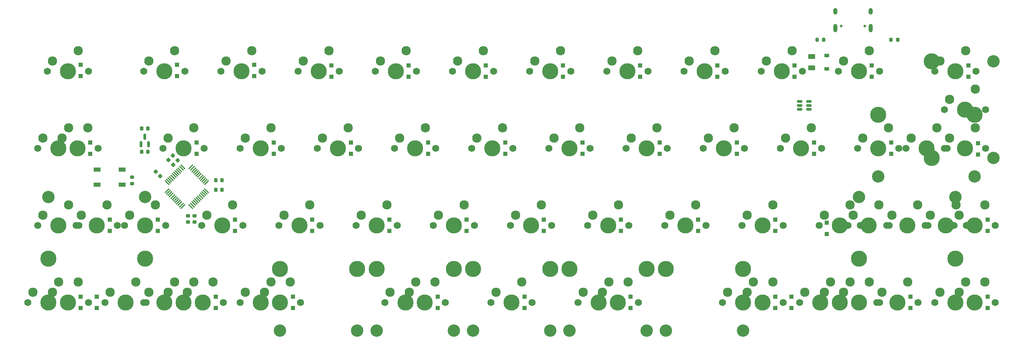
<source format=gbr>
%TF.GenerationSoftware,KiCad,Pcbnew,8.0.8*%
%TF.CreationDate,2025-05-09T16:16:03+02:00*%
%TF.ProjectId,forti rev 4,666f7274-6920-4726-9576-20342e6b6963,rev?*%
%TF.SameCoordinates,Original*%
%TF.FileFunction,Soldermask,Bot*%
%TF.FilePolarity,Negative*%
%FSLAX46Y46*%
G04 Gerber Fmt 4.6, Leading zero omitted, Abs format (unit mm)*
G04 Created by KiCad (PCBNEW 8.0.8) date 2025-05-09 16:16:03*
%MOMM*%
%LPD*%
G01*
G04 APERTURE LIST*
G04 Aperture macros list*
%AMRoundRect*
0 Rectangle with rounded corners*
0 $1 Rounding radius*
0 $2 $3 $4 $5 $6 $7 $8 $9 X,Y pos of 4 corners*
0 Add a 4 corners polygon primitive as box body*
4,1,4,$2,$3,$4,$5,$6,$7,$8,$9,$2,$3,0*
0 Add four circle primitives for the rounded corners*
1,1,$1+$1,$2,$3*
1,1,$1+$1,$4,$5*
1,1,$1+$1,$6,$7*
1,1,$1+$1,$8,$9*
0 Add four rect primitives between the rounded corners*
20,1,$1+$1,$2,$3,$4,$5,0*
20,1,$1+$1,$4,$5,$6,$7,0*
20,1,$1+$1,$6,$7,$8,$9,0*
20,1,$1+$1,$8,$9,$2,$3,0*%
G04 Aperture macros list end*
%ADD10C,3.987800*%
%ADD11C,3.048000*%
%ADD12C,0.650000*%
%ADD13O,1.000000X2.100000*%
%ADD14O,1.000000X1.600000*%
%ADD15C,1.750000*%
%ADD16C,2.300000*%
%ADD17RoundRect,0.250000X0.300000X-0.300000X0.300000X0.300000X-0.300000X0.300000X-0.300000X-0.300000X0*%
%ADD18RoundRect,0.200000X-0.200000X-0.275000X0.200000X-0.275000X0.200000X0.275000X-0.200000X0.275000X0*%
%ADD19RoundRect,0.200000X0.200000X0.275000X-0.200000X0.275000X-0.200000X-0.275000X0.200000X-0.275000X0*%
%ADD20R,1.800000X1.100000*%
%ADD21RoundRect,0.225000X-0.250000X0.225000X-0.250000X-0.225000X0.250000X-0.225000X0.250000X0.225000X0*%
%ADD22RoundRect,0.225000X0.335876X0.017678X0.017678X0.335876X-0.335876X-0.017678X-0.017678X-0.335876X0*%
%ADD23RoundRect,0.225000X0.375000X-0.225000X0.375000X0.225000X-0.375000X0.225000X-0.375000X-0.225000X0*%
%ADD24RoundRect,0.225000X-0.225000X-0.250000X0.225000X-0.250000X0.225000X0.250000X-0.225000X0.250000X0*%
%ADD25RoundRect,0.070000X0.521491X-0.422496X-0.422496X0.521491X-0.521491X0.422496X0.422496X-0.521491X0*%
%ADD26RoundRect,0.070000X0.521491X0.422496X0.422496X0.521491X-0.521491X-0.422496X-0.422496X-0.521491X0*%
%ADD27RoundRect,0.150000X0.150000X-0.587500X0.150000X0.587500X-0.150000X0.587500X-0.150000X-0.587500X0*%
%ADD28RoundRect,0.150000X-0.512500X-0.150000X0.512500X-0.150000X0.512500X0.150000X-0.512500X0.150000X0*%
%ADD29RoundRect,0.225000X0.225000X0.250000X-0.225000X0.250000X-0.225000X-0.250000X0.225000X-0.250000X0*%
%ADD30RoundRect,0.200000X0.275000X-0.200000X0.275000X0.200000X-0.275000X0.200000X-0.275000X-0.200000X0*%
%ADD31RoundRect,0.225000X0.017678X-0.335876X0.335876X-0.017678X-0.017678X0.335876X-0.335876X0.017678X0*%
%ADD32RoundRect,0.250000X-0.625000X0.375000X-0.625000X-0.375000X0.625000X-0.375000X0.625000X0.375000X0*%
G04 APERTURE END LIST*
D10*
%TO.C,ISO1*%
X253682500Y-38893750D03*
X253682500Y-62706250D03*
D11*
X268922500Y-38893750D03*
X268922500Y-62706250D03*
%TD*%
D12*
%TO.C,J1*%
X237159115Y-30137500D03*
X231379115Y-30137500D03*
D13*
X238589115Y-30667500D03*
D14*
X238589115Y-26487500D03*
D13*
X229949115Y-30667500D03*
D14*
X229949115Y-26487500D03*
%TD*%
D15*
%TO.C,MX51*%
X225901250Y-98425000D03*
D10*
X230981250Y-98425000D03*
D15*
X236061250Y-98425000D03*
D16*
X227171250Y-95885000D03*
X233521250Y-93345000D03*
%TD*%
D15*
%TO.C,MX23*%
X235426250Y-60325000D03*
D10*
X240506250Y-60325000D03*
D15*
X245586250Y-60325000D03*
D16*
X236696250Y-57785000D03*
X243046250Y-55245000D03*
%TD*%
D15*
%TO.C,MX55*%
X254476250Y-98425000D03*
D10*
X259556250Y-98425000D03*
D15*
X264636250Y-98425000D03*
D16*
X255746250Y-95885000D03*
X262096250Y-93345000D03*
%TD*%
D15*
%TO.C,MX43*%
X68738750Y-98425000D03*
D10*
X73818750Y-98425000D03*
D15*
X78898750Y-98425000D03*
D16*
X70008750Y-95885000D03*
X76358750Y-93345000D03*
%TD*%
D15*
%TO.C,MXshift2.1*%
X42545000Y-79375000D03*
D10*
X47625000Y-79375000D03*
D15*
X52705000Y-79375000D03*
D16*
X43815000Y-76835000D03*
X50165000Y-74295000D03*
%TD*%
D15*
%TO.C,MX27*%
X73501250Y-79375000D03*
D10*
X78581250Y-79375000D03*
D15*
X83661250Y-79375000D03*
D16*
X74771250Y-76835000D03*
X81121250Y-74295000D03*
%TD*%
D15*
%TO.C,MX11*%
X230663750Y-41275000D03*
D10*
X235743750Y-41275000D03*
D15*
X240823750Y-41275000D03*
D16*
X231933750Y-38735000D03*
X238283750Y-36195000D03*
%TD*%
D15*
%TO.C,MX46*%
X83026250Y-98425000D03*
D10*
X88106250Y-98425000D03*
D15*
X93186250Y-98425000D03*
D16*
X84296250Y-95885000D03*
X90646250Y-93345000D03*
%TD*%
D15*
%TO.C,MXenter2.1*%
X247332500Y-60325000D03*
D10*
X252412500Y-60325000D03*
D15*
X257492500Y-60325000D03*
D16*
X248602500Y-57785000D03*
X254952500Y-55245000D03*
%TD*%
D11*
%TO.C,S2*%
X207168750Y-105410000D03*
D10*
X207168750Y-90170000D03*
D11*
X92868750Y-105410000D03*
D10*
X92868750Y-90170000D03*
%TD*%
D15*
%TO.C,MX49*%
X206851250Y-98425000D03*
D10*
X211931250Y-98425000D03*
D15*
X217011250Y-98425000D03*
D16*
X208121250Y-95885000D03*
X214471250Y-93345000D03*
%TD*%
D15*
%TO.C,MX31*%
X149701250Y-79375000D03*
D10*
X154781250Y-79375000D03*
D15*
X159861250Y-79375000D03*
D16*
X150971250Y-76835000D03*
X157321250Y-74295000D03*
%TD*%
D15*
%TO.C,MX16*%
X102076250Y-60325000D03*
D10*
X107156250Y-60325000D03*
D15*
X112236250Y-60325000D03*
D16*
X103346250Y-57785000D03*
X109696250Y-55245000D03*
%TD*%
D15*
%TO.C,MX38*%
X259238750Y-79375000D03*
D10*
X264318750Y-79375000D03*
D15*
X269398750Y-79375000D03*
D16*
X260508750Y-76835000D03*
X266858750Y-74295000D03*
%TD*%
D15*
%TO.C,MX35*%
X225901250Y-79375000D03*
D10*
X230981250Y-79375000D03*
D15*
X236061250Y-79375000D03*
D16*
X227171250Y-76835000D03*
X233521250Y-74295000D03*
%TD*%
D15*
%TO.C,MXsplit2.75(1)1*%
X166370000Y-98425000D03*
D10*
X171450000Y-98425000D03*
D15*
X176530000Y-98425000D03*
D16*
X167640000Y-95885000D03*
X173990000Y-93345000D03*
%TD*%
D11*
%TO.C,shift2.2*%
X35718750Y-72390000D03*
D10*
X35718750Y-87630000D03*
D11*
X59531250Y-72390000D03*
D10*
X59531250Y-87630000D03*
%TD*%
D15*
%TO.C,MX8*%
X173513750Y-41275000D03*
D10*
X178593750Y-41275000D03*
D15*
X183673750Y-41275000D03*
D16*
X174783750Y-38735000D03*
X181133750Y-36195000D03*
%TD*%
D15*
%TO.C,MX13*%
X37782500Y-60325000D03*
D10*
X42862500Y-60325000D03*
D15*
X47942500Y-60325000D03*
D16*
X39052500Y-57785000D03*
X45402500Y-55245000D03*
%TD*%
D15*
%TO.C,MX32*%
X168751250Y-79375000D03*
D10*
X173831250Y-79375000D03*
D15*
X178911250Y-79375000D03*
D16*
X170021250Y-76835000D03*
X176371250Y-74295000D03*
%TD*%
D15*
%TO.C,MXISO1*%
X256857500Y-50800000D03*
D10*
X261937500Y-50800000D03*
D15*
X267017500Y-50800000D03*
D16*
X258127500Y-48260000D03*
X264477500Y-45720000D03*
%TD*%
D15*
%TO.C,MX21*%
X197326250Y-60325000D03*
D10*
X202406250Y-60325000D03*
D15*
X207486250Y-60325000D03*
D16*
X198596250Y-57785000D03*
X204946250Y-55245000D03*
%TD*%
D15*
%TO.C,MXsplit2.1*%
X123507500Y-98425000D03*
D10*
X128587500Y-98425000D03*
D15*
X133667500Y-98425000D03*
D16*
X124777500Y-95885000D03*
X131127500Y-93345000D03*
%TD*%
D15*
%TO.C,MX4*%
X97313750Y-41275000D03*
D10*
X102393750Y-41275000D03*
D15*
X107473750Y-41275000D03*
D16*
X98583750Y-38735000D03*
X104933750Y-36195000D03*
%TD*%
D15*
%TO.C,MX45*%
X87788750Y-98425000D03*
D10*
X92868750Y-98425000D03*
D15*
X97948750Y-98425000D03*
D16*
X89058750Y-95885000D03*
X95408750Y-93345000D03*
%TD*%
D15*
%TO.C,MX30*%
X130651250Y-79375000D03*
D10*
X135731250Y-79375000D03*
D15*
X140811250Y-79375000D03*
D16*
X131921250Y-76835000D03*
X138271250Y-74295000D03*
%TD*%
D15*
%TO.C,MX1*%
X35401250Y-41275000D03*
D10*
X40481250Y-41275000D03*
D15*
X45561250Y-41275000D03*
D16*
X36671250Y-38735000D03*
X43021250Y-36195000D03*
%TD*%
D15*
%TO.C,MX34*%
X206851250Y-79375000D03*
D10*
X211931250Y-79375000D03*
D15*
X217011250Y-79375000D03*
D16*
X208121250Y-76835000D03*
X214471250Y-74295000D03*
%TD*%
D15*
%TO.C,MX25*%
X33020000Y-79375000D03*
D10*
X38100000Y-79375000D03*
D15*
X43180000Y-79375000D03*
D16*
X34290000Y-76835000D03*
X40640000Y-74295000D03*
%TD*%
D11*
%TO.C,enter2.1*%
X264318750Y-67310000D03*
D10*
X264318750Y-52070000D03*
D11*
X240506250Y-67310000D03*
D10*
X240506250Y-52070000D03*
%TD*%
D15*
%TO.C,MX29*%
X111601250Y-79375000D03*
D10*
X116681250Y-79375000D03*
D15*
X121761250Y-79375000D03*
D16*
X112871250Y-76835000D03*
X119221250Y-74295000D03*
%TD*%
D15*
%TO.C,MX53*%
X230663750Y-98425000D03*
D10*
X235743750Y-98425000D03*
D15*
X240823750Y-98425000D03*
D16*
X231933750Y-95885000D03*
X238283750Y-93345000D03*
%TD*%
D15*
%TO.C,MX22*%
X216376250Y-60325000D03*
D10*
X221456250Y-60325000D03*
D15*
X226536250Y-60325000D03*
D16*
X217646250Y-57785000D03*
X223996250Y-55245000D03*
%TD*%
D15*
%TO.C,MX17*%
X121126250Y-60325000D03*
D10*
X126206250Y-60325000D03*
D15*
X131286250Y-60325000D03*
D16*
X122396250Y-57785000D03*
X128746250Y-55245000D03*
%TD*%
D15*
%TO.C,MX47*%
X144938750Y-98425000D03*
D10*
X150018750Y-98425000D03*
D15*
X155098750Y-98425000D03*
D16*
X146208750Y-95885000D03*
X152558750Y-93345000D03*
%TD*%
D11*
%TO.C,S1*%
X135731250Y-105410000D03*
D10*
X135731250Y-90170000D03*
D11*
X111918750Y-105410000D03*
D10*
X111918750Y-90170000D03*
%TD*%
D15*
%TO.C,MX44*%
X63976250Y-98425000D03*
D10*
X69056250Y-98425000D03*
D15*
X74136250Y-98425000D03*
D16*
X65246250Y-95885000D03*
X71596250Y-93345000D03*
%TD*%
D15*
%TO.C,MX36*%
X233045000Y-79375000D03*
D10*
X238125000Y-79375000D03*
D15*
X243205000Y-79375000D03*
D16*
X234315000Y-76835000D03*
X240665000Y-74295000D03*
%TD*%
D15*
%TO.C,MX26*%
X54451250Y-79375000D03*
D10*
X59531250Y-79375000D03*
D15*
X64611250Y-79375000D03*
D16*
X55721250Y-76835000D03*
X62071250Y-74295000D03*
%TD*%
D15*
%TO.C,MX3*%
X78263750Y-41275000D03*
D10*
X83343750Y-41275000D03*
D15*
X88423750Y-41275000D03*
D16*
X79533750Y-38735000D03*
X85883750Y-36195000D03*
%TD*%
D11*
%TO.C,S4*%
X188118750Y-105410000D03*
D10*
X188118750Y-90170000D03*
D11*
X164306250Y-105410000D03*
D10*
X164306250Y-90170000D03*
%TD*%
D15*
%TO.C,MX37*%
X252095000Y-79375000D03*
D10*
X257175000Y-79375000D03*
D15*
X262255000Y-79375000D03*
D16*
X253365000Y-76835000D03*
X259715000Y-74295000D03*
%TD*%
D15*
%TO.C,MX24*%
X256857500Y-60325000D03*
D10*
X261937500Y-60325000D03*
D15*
X267017500Y-60325000D03*
D16*
X258127500Y-57785000D03*
X264477500Y-55245000D03*
%TD*%
D11*
%TO.C,S3*%
X183356250Y-105410000D03*
D10*
X183356250Y-90170000D03*
D11*
X159543750Y-105410000D03*
D10*
X159543750Y-90170000D03*
%TD*%
D15*
%TO.C,MX42*%
X59213750Y-98425000D03*
D10*
X64293750Y-98425000D03*
D15*
X69373750Y-98425000D03*
D16*
X60483750Y-95885000D03*
X66833750Y-93345000D03*
%TD*%
D15*
%TO.C,MX33*%
X187801250Y-79375000D03*
D10*
X192881250Y-79375000D03*
D15*
X197961250Y-79375000D03*
D16*
X189071250Y-76835000D03*
X195421250Y-74295000D03*
%TD*%
D15*
%TO.C,MX5*%
X116363750Y-41275000D03*
D10*
X121443750Y-41275000D03*
D15*
X126523750Y-41275000D03*
D16*
X117633750Y-38735000D03*
X123983750Y-36195000D03*
%TD*%
D15*
%TO.C,MX50*%
X221138750Y-98425000D03*
D10*
X226218750Y-98425000D03*
D15*
X231298750Y-98425000D03*
D16*
X222408750Y-95885000D03*
X228758750Y-93345000D03*
%TD*%
D11*
%TO.C,S5*%
X140493750Y-105410000D03*
D10*
X140493750Y-90170000D03*
D11*
X116681250Y-105410000D03*
D10*
X116681250Y-90170000D03*
%TD*%
D15*
%TO.C,MXsplit2.25(1)1*%
X118745000Y-98425000D03*
D10*
X123825000Y-98425000D03*
D15*
X128905000Y-98425000D03*
D16*
X120015000Y-95885000D03*
X126365000Y-93345000D03*
%TD*%
D15*
%TO.C,MX28*%
X92551250Y-79375000D03*
D10*
X97631250Y-79375000D03*
D15*
X102711250Y-79375000D03*
D16*
X93821250Y-76835000D03*
X100171250Y-74295000D03*
%TD*%
D15*
%TO.C,MX18*%
X140176250Y-60325000D03*
D10*
X145256250Y-60325000D03*
D15*
X150336250Y-60325000D03*
D16*
X141446250Y-57785000D03*
X147796250Y-55245000D03*
%TD*%
D15*
%TO.C,MXcaps1*%
X33020000Y-60325000D03*
D10*
X38100000Y-60325000D03*
D15*
X43180000Y-60325000D03*
D16*
X34290000Y-57785000D03*
X40640000Y-55245000D03*
%TD*%
D15*
%TO.C,MX40*%
X35401250Y-98425000D03*
D10*
X40481250Y-98425000D03*
D15*
X45561250Y-98425000D03*
D16*
X36671250Y-95885000D03*
X43021250Y-93345000D03*
%TD*%
D15*
%TO.C,MX15*%
X83026250Y-60325000D03*
D10*
X88106250Y-60325000D03*
D15*
X93186250Y-60325000D03*
D16*
X84296250Y-57785000D03*
X90646250Y-55245000D03*
%TD*%
D15*
%TO.C,MX54*%
X259238750Y-98425000D03*
D10*
X264318750Y-98425000D03*
D15*
X269398750Y-98425000D03*
D16*
X260508750Y-95885000D03*
X266858750Y-93345000D03*
%TD*%
D15*
%TO.C,MX39*%
X30638750Y-98425000D03*
D10*
X35718750Y-98425000D03*
D15*
X40798750Y-98425000D03*
D16*
X31908750Y-95885000D03*
X38258750Y-93345000D03*
%TD*%
D11*
%TO.C,shift2.1*%
X235743750Y-72390000D03*
D10*
X235743750Y-87630000D03*
D11*
X259556250Y-72390000D03*
D10*
X259556250Y-87630000D03*
%TD*%
D15*
%TO.C,MX10*%
X211613750Y-41275000D03*
D10*
X216693750Y-41275000D03*
D15*
X221773750Y-41275000D03*
D16*
X212883750Y-38735000D03*
X219233750Y-36195000D03*
%TD*%
D15*
%TO.C,MX9*%
X192563750Y-41275000D03*
D10*
X197643750Y-41275000D03*
D15*
X202723750Y-41275000D03*
D16*
X193833750Y-38735000D03*
X200183750Y-36195000D03*
%TD*%
D15*
%TO.C,MX52*%
X240188750Y-98425000D03*
D10*
X245268750Y-98425000D03*
D15*
X250348750Y-98425000D03*
D16*
X241458750Y-95885000D03*
X247808750Y-93345000D03*
%TD*%
D15*
%TO.C,MX20*%
X178276250Y-60325000D03*
D10*
X183356250Y-60325000D03*
D15*
X188436250Y-60325000D03*
D16*
X179546250Y-57785000D03*
X185896250Y-55245000D03*
%TD*%
D15*
%TO.C,MX6*%
X135413750Y-41275000D03*
D10*
X140493750Y-41275000D03*
D15*
X145573750Y-41275000D03*
D16*
X136683750Y-38735000D03*
X143033750Y-36195000D03*
%TD*%
D15*
%TO.C,MXshift2.2*%
X242570000Y-79375000D03*
D10*
X247650000Y-79375000D03*
D15*
X252730000Y-79375000D03*
D16*
X243840000Y-76835000D03*
X250190000Y-74295000D03*
%TD*%
D15*
%TO.C,MX12*%
X254476250Y-41275000D03*
D10*
X259556250Y-41275000D03*
D15*
X264636250Y-41275000D03*
D16*
X255746250Y-38735000D03*
X262096250Y-36195000D03*
%TD*%
D15*
%TO.C,MX19*%
X159226250Y-60325000D03*
D10*
X164306250Y-60325000D03*
D15*
X169386250Y-60325000D03*
D16*
X160496250Y-57785000D03*
X166846250Y-55245000D03*
%TD*%
D15*
%TO.C,MXsplit2.2*%
X171132500Y-98425000D03*
D10*
X176212500Y-98425000D03*
D15*
X181292500Y-98425000D03*
D16*
X172402500Y-95885000D03*
X178752500Y-93345000D03*
%TD*%
D15*
%TO.C,MX7*%
X154463750Y-41275000D03*
D10*
X159543750Y-41275000D03*
D15*
X164623750Y-41275000D03*
D16*
X155733750Y-38735000D03*
X162083750Y-36195000D03*
%TD*%
D15*
%TO.C,MX14*%
X63976250Y-60325000D03*
D10*
X69056250Y-60325000D03*
D15*
X74136250Y-60325000D03*
D16*
X65246250Y-57785000D03*
X71596250Y-55245000D03*
%TD*%
D15*
%TO.C,MX48*%
X202088750Y-98425000D03*
D10*
X207168750Y-98425000D03*
D15*
X212248750Y-98425000D03*
D16*
X203358750Y-95885000D03*
X209708750Y-93345000D03*
%TD*%
D15*
%TO.C,MX41*%
X49688750Y-98425000D03*
D10*
X54768750Y-98425000D03*
D15*
X59848750Y-98425000D03*
D16*
X50958750Y-95885000D03*
X57308750Y-93345000D03*
%TD*%
D15*
%TO.C,MX2*%
X59213750Y-41275000D03*
D10*
X64293750Y-41275000D03*
D15*
X69373750Y-41275000D03*
D16*
X60483750Y-38735000D03*
X66833750Y-36195000D03*
%TD*%
D17*
%TO.C,D29*%
X119856250Y-80775000D03*
X119856250Y-77975000D03*
%TD*%
%TO.C,D36*%
X267493750Y-80775000D03*
X267493750Y-77975000D03*
%TD*%
%TO.C,D13*%
X46037500Y-61725000D03*
X46037500Y-58925000D03*
%TD*%
%TO.C,D41*%
X131762500Y-99825000D03*
X131762500Y-97025000D03*
%TD*%
%TO.C,D20*%
X186531250Y-61725000D03*
X186531250Y-58925000D03*
%TD*%
%TO.C,D26*%
X62706250Y-80775000D03*
X62706250Y-77975000D03*
%TD*%
D18*
%TO.C,R1*%
X243650000Y-33537500D03*
X245300000Y-33537500D03*
%TD*%
D17*
%TO.C,D22*%
X224631250Y-61725000D03*
X224631250Y-58925000D03*
%TD*%
%TO.C,D32*%
X177006250Y-80775000D03*
X177006250Y-77975000D03*
%TD*%
D19*
%TO.C,R2*%
X227043750Y-33537500D03*
X225393750Y-33537500D03*
%TD*%
D17*
%TO.C,D15*%
X91281250Y-61725000D03*
X91281250Y-58925000D03*
%TD*%
%TO.C,D40*%
X96043750Y-99825000D03*
X96043750Y-97025000D03*
%TD*%
%TO.C,D31*%
X157956250Y-80775000D03*
X157956250Y-77975000D03*
%TD*%
%TO.C,D21*%
X205581250Y-61725000D03*
X205581250Y-58925000D03*
%TD*%
%TO.C,D4*%
X105568750Y-42675000D03*
X105568750Y-39875000D03*
%TD*%
%TO.C,D9*%
X200818750Y-42675000D03*
X200818750Y-39875000D03*
%TD*%
%TO.C,D34*%
X215106250Y-80775000D03*
X215106250Y-77975000D03*
%TD*%
%TO.C,D24*%
X265112500Y-61912500D03*
X265112500Y-59112500D03*
%TD*%
%TO.C,D27*%
X81756250Y-80775000D03*
X81756250Y-77975000D03*
%TD*%
%TO.C,D16*%
X110331250Y-61725000D03*
X110331250Y-58925000D03*
%TD*%
%TO.C,D3*%
X86518750Y-42487500D03*
X86518750Y-39687500D03*
%TD*%
%TO.C,D42*%
X153193750Y-99825000D03*
X153193750Y-97025000D03*
%TD*%
%TO.C,D28*%
X100806250Y-80775000D03*
X100806250Y-77975000D03*
%TD*%
D20*
%TO.C,SW1*%
X53900000Y-65618750D03*
X47700000Y-65618750D03*
X53900000Y-69318750D03*
X47700000Y-69318750D03*
%TD*%
D17*
%TO.C,D10*%
X219868750Y-42675000D03*
X219868750Y-39875000D03*
%TD*%
D21*
%TO.C,C7*%
X70105094Y-77012500D03*
X70105094Y-78562500D03*
%TD*%
D22*
%TO.C,C4*%
X63254258Y-67223008D03*
X62158242Y-66126992D03*
%TD*%
D23*
%TO.C,D_PWR1*%
X227806250Y-40743750D03*
X227806250Y-37443750D03*
%TD*%
D17*
%TO.C,D38*%
X47625000Y-99825000D03*
X47625000Y-97025000D03*
%TD*%
%TO.C,D44*%
X215106250Y-99825000D03*
X215106250Y-97025000D03*
%TD*%
%TO.C,D2*%
X67468750Y-42487500D03*
X67468750Y-39687500D03*
%TD*%
D24*
%TO.C,C8*%
X77012500Y-70643750D03*
X78562500Y-70643750D03*
%TD*%
D17*
%TO.C,D23*%
X243681250Y-61725000D03*
X243681250Y-58925000D03*
%TD*%
%TO.C,D1*%
X43656250Y-42487500D03*
X43656250Y-39687500D03*
%TD*%
%TO.C,D39*%
X76993750Y-99825000D03*
X76993750Y-97025000D03*
%TD*%
%TO.C,D30*%
X138906250Y-80775000D03*
X138906250Y-77975000D03*
%TD*%
D25*
%TO.C,U2*%
X74737876Y-70848788D03*
X74384322Y-71202342D03*
X74030769Y-71555895D03*
X73677215Y-71909449D03*
X73323662Y-72263002D03*
X72970109Y-72616555D03*
X72616555Y-72970109D03*
X72263002Y-73323662D03*
X71909449Y-73677215D03*
X71555895Y-74030769D03*
X71202342Y-74384322D03*
X70848788Y-74737876D03*
D26*
X68851212Y-74737876D03*
X68497658Y-74384322D03*
X68144105Y-74030769D03*
X67790551Y-73677215D03*
X67436998Y-73323662D03*
X67083445Y-72970109D03*
X66729891Y-72616555D03*
X66376338Y-72263002D03*
X66022785Y-71909449D03*
X65669231Y-71555895D03*
X65315678Y-71202342D03*
X64962124Y-70848788D03*
D25*
X64962124Y-68851212D03*
X65315678Y-68497658D03*
X65669231Y-68144105D03*
X66022785Y-67790551D03*
X66376338Y-67436998D03*
X66729891Y-67083445D03*
X67083445Y-66729891D03*
X67436998Y-66376338D03*
X67790551Y-66022785D03*
X68144105Y-65669231D03*
X68497658Y-65315678D03*
X68851212Y-64962124D03*
D26*
X70848788Y-64962124D03*
X71202342Y-65315678D03*
X71555895Y-65669231D03*
X71909449Y-66022785D03*
X72263002Y-66376338D03*
X72616555Y-66729891D03*
X72970109Y-67083445D03*
X73323662Y-67436998D03*
X73677215Y-67790551D03*
X74030769Y-68144105D03*
X74384322Y-68497658D03*
X74737876Y-68851212D03*
%TD*%
D17*
%TO.C,D8*%
X181768750Y-42675000D03*
X181768750Y-39875000D03*
%TD*%
D27*
%TO.C,U3*%
X60440000Y-59357500D03*
X58540000Y-59357500D03*
X59490000Y-57482500D03*
%TD*%
D17*
%TO.C,D11*%
X238918750Y-42675000D03*
X238918750Y-39875000D03*
%TD*%
%TO.C,D25*%
X50800000Y-80775000D03*
X50800000Y-77975000D03*
%TD*%
%TO.C,D35*%
X227806250Y-81568750D03*
X227806250Y-78768750D03*
%TD*%
%TO.C,D12*%
X262731250Y-42675000D03*
X262731250Y-39875000D03*
%TD*%
%TO.C,D6*%
X143668750Y-42675000D03*
X143668750Y-39875000D03*
%TD*%
D28*
%TO.C,U1*%
X221118613Y-50692270D03*
X221118613Y-49742270D03*
X221118613Y-48792270D03*
X223393613Y-48792270D03*
X223393613Y-49742270D03*
X223393613Y-50692270D03*
%TD*%
D17*
%TO.C,D17*%
X129381250Y-61725000D03*
X129381250Y-58925000D03*
%TD*%
%TO.C,D7*%
X162718750Y-42675000D03*
X162718750Y-39875000D03*
%TD*%
D29*
%TO.C,C2*%
X60265808Y-61249873D03*
X58715808Y-61249873D03*
%TD*%
D17*
%TO.C,D5*%
X124618750Y-42675000D03*
X124618750Y-39875000D03*
%TD*%
%TO.C,D18*%
X148431250Y-61725000D03*
X148431250Y-58925000D03*
%TD*%
D30*
%TO.C,R3*%
X56356250Y-69087500D03*
X56356250Y-67437500D03*
%TD*%
D17*
%TO.C,D45*%
X219075000Y-99825000D03*
X219075000Y-97025000D03*
%TD*%
D31*
%TO.C,C5*%
X66494471Y-64398395D03*
X67590487Y-63302379D03*
%TD*%
D17*
%TO.C,D14*%
X72231250Y-61725000D03*
X72231250Y-58925000D03*
%TD*%
D32*
%TO.C,F1*%
X224031250Y-37693750D03*
X224031250Y-40493750D03*
%TD*%
D17*
%TO.C,D47*%
X267493750Y-99825000D03*
X267493750Y-97025000D03*
%TD*%
D21*
%TO.C,C9*%
X71737281Y-77025116D03*
X71737281Y-78575116D03*
%TD*%
D17*
%TO.C,D46*%
X248443750Y-99825000D03*
X248443750Y-97025000D03*
%TD*%
%TO.C,D33*%
X196056250Y-80775000D03*
X196056250Y-77975000D03*
%TD*%
%TO.C,D43*%
X179387500Y-99825000D03*
X179387500Y-97025000D03*
%TD*%
%TO.C,D19*%
X167481250Y-61725000D03*
X167481250Y-58925000D03*
%TD*%
%TO.C,D37*%
X43656250Y-99825000D03*
X43656250Y-97025000D03*
%TD*%
D29*
%TO.C,C1*%
X60265000Y-55457500D03*
X58715000Y-55457500D03*
%TD*%
D24*
%TO.C,C6*%
X77012500Y-68281250D03*
X78562500Y-68281250D03*
%TD*%
D31*
%TO.C,C3*%
X65336300Y-63265551D03*
X66432316Y-62169535D03*
%TD*%
M02*

</source>
